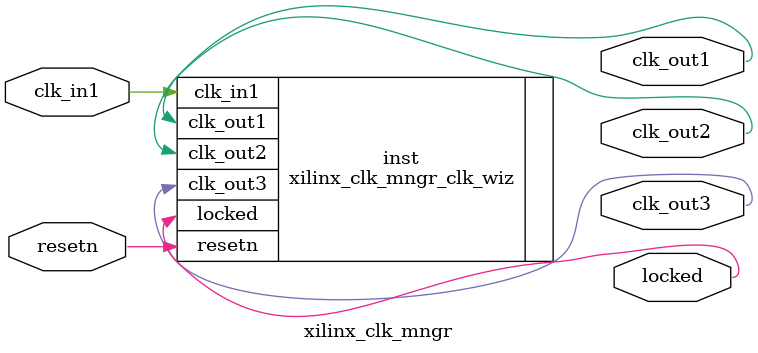
<source format=v>


`timescale 1ps/1ps

(* CORE_GENERATION_INFO = "xilinx_clk_mngr,clk_wiz_v6_0_10_0_0,{component_name=xilinx_clk_mngr,use_phase_alignment=true,use_min_o_jitter=false,use_max_i_jitter=false,use_dyn_phase_shift=false,use_inclk_switchover=false,use_dyn_reconfig=false,enable_axi=0,feedback_source=FDBK_AUTO,PRIMITIVE=MMCM,num_out_clk=3,clkin1_period=10.000,clkin2_period=10.000,use_power_down=false,use_reset=true,use_locked=true,use_inclk_stopped=false,feedback_type=SINGLE,CLOCK_MGR_TYPE=NA,manual_override=false}" *)

module xilinx_clk_mngr 
 (
  // Clock out ports
  output        clk_out1,
  output        clk_out2,
  output        clk_out3,
  // Status and control signals
  input         resetn,
  output        locked,
 // Clock in ports
  input         clk_in1
 );

  xilinx_clk_mngr_clk_wiz inst
  (
  // Clock out ports  
  .clk_out1(clk_out1),
  .clk_out2(clk_out2),
  .clk_out3(clk_out3),
  // Status and control signals               
  .resetn(resetn), 
  .locked(locked),
 // Clock in ports
  .clk_in1(clk_in1)
  );

endmodule

</source>
